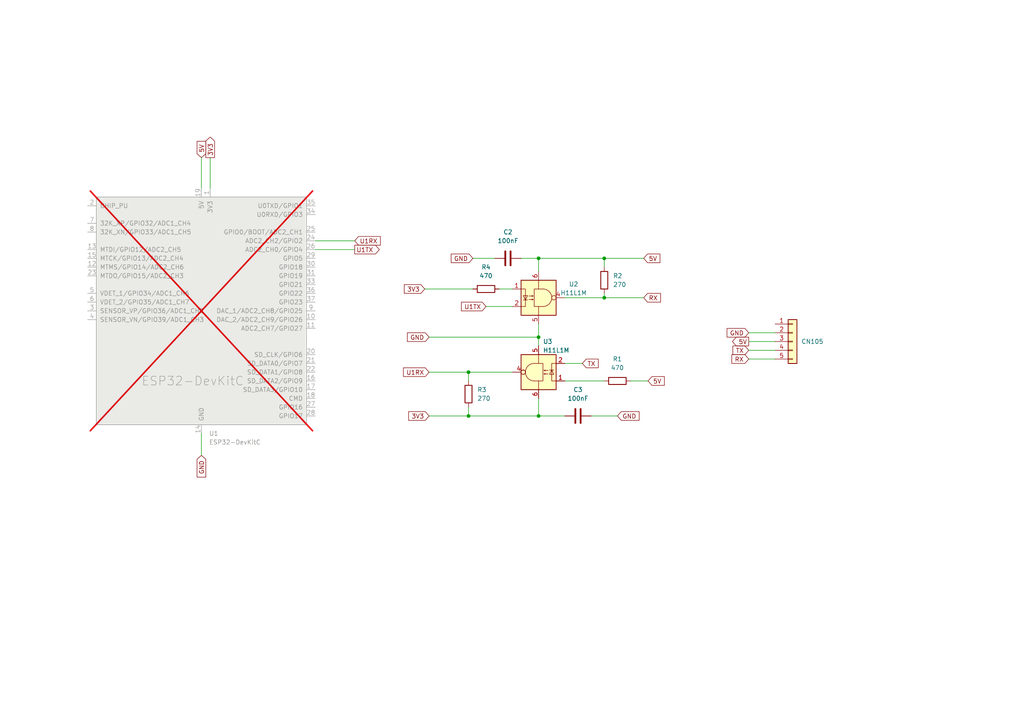
<source format=kicad_sch>
(kicad_sch (version 20230121) (generator eeschema)
  (paper "A4")
  (title_block (title "MEL CN105 Adapter") (date "24.12.2023"))
  (lib_symbols
    (symbol "Connector_Generic:Conn_01x05" (pin_names (offset 1.016) hide)
      (property "Reference" "J" (at 0 7.62 0))
      (property "Value" "Conn_01x05" (at 0 -7.62 0))
      (symbol "Conn_01x05_1_1"
        (rectangle (start -1.27 -4.953) (end 0 -5.207) (stroke (width 0.1524)))
        (rectangle (start -1.27 -2.413) (end 0 -2.667) (stroke (width 0.1524)))
        (rectangle (start -1.27 0.127) (end 0 -0.127) (stroke (width 0.1524)))
        (rectangle (start -1.27 2.667) (end 0 2.413) (stroke (width 0.1524)))
        (rectangle (start -1.27 5.207) (end 0 4.953) (stroke (width 0.1524)))
        (rectangle (start -1.27 6.35) (end 1.27 -6.35) (stroke (width 0.254)) (fill (type background)))
        (pin passive line (at -5.08 5.08 0) (length 3.81) (name "Pin_1") (number "1"))
        (pin passive line (at -5.08 2.54 0) (length 3.81) (name "Pin_2") (number "2"))
        (pin passive line (at -5.08 0 0) (length 3.81) (name "Pin_3") (number "3"))
        (pin passive line (at -5.08 -2.54 0) (length 3.81) (name "Pin_4") (number "4"))
        (pin passive line (at -5.08 -5.08 0) (length 3.81) (name "Pin_5") (number "5"))
      )
    )
    (symbol "Device:C" (pin_numbers hide) (pin_names (offset 0.254))
      (property "Reference" "C" (at 0.635 2.54 0))
      (property "Value" "C" (at 0.635 -2.54 0))
      (symbol "C_0_1"
        (polyline (pts (xy -2.032 -0.762) (xy 2.032 -0.762)) (stroke (width 0.508)))
        (polyline (pts (xy -2.032 0.762) (xy 2.032 0.762)) (stroke (width 0.508)))
      )
      (symbol "C_1_1"
        (pin passive line (at 0 3.81 270) (length 2.794) (name "~") (number "1"))
        (pin passive line (at 0 -3.81 90) (length 2.794) (name "~") (number "2"))
      )
    )
    (symbol "Device:R" (pin_numbers hide) (pin_names (offset 0))
      (property "Reference" "R" (at 2.032 0 90))
      (property "Value" "R" (at 0 0 90))
      (symbol "R_0_1"
        (rectangle (start -1.016 -2.54) (end 1.016 2.54) (stroke (width 0.254)))
      )
      (symbol "R_1_1"
        (pin passive line (at 0 3.81 270) (length 1.27) (name "~") (number "1"))
        (pin passive line (at 0 -3.81 90) (length 1.27) (name "~") (number "2"))
      )
    )
    (symbol "Isolator:H11L1" (pin_names (offset 1.016))
      (property "Reference" "U" (at 1.27 8.89 0))
      (property "Value" "H11L1" (at 1.27 6.35 0))
      (symbol "H11L1_0_1"
        (rectangle (start -5.08 5.08) (end 5.08 -5.08) (stroke (width 0.254)) (fill (type background)))
        (polyline (pts (xy -4.445 -0.635) (xy -3.175 -0.635)))
        (polyline (pts (xy 0 2.54) (xy 0 5.08)))
        (polyline (pts (xy 0 -2.54) (xy 0 -5.08) (xy 0 -3.81)))
        (polyline (pts (xy -5.08 -2.54) (xy -3.81 -2.54) (xy -3.81 2.54) (xy -5.08 2.54)))
        (polyline (pts (xy -3.81 -0.635) (xy -4.445 0.635) (xy -3.175 0.635) (xy -3.81 -0.635)))
        (polyline (pts (xy 1.27 -2.54) (xy -1.27 -2.54) (xy -1.27 2.54) (xy 1.27 2.54)))
        (polyline (pts (xy -2.794 -0.508) (xy -1.524 -0.508) (xy -1.905 -0.635) (xy -1.905 -0.381) (xy -1.524 -0.508)))
        (polyline (pts (xy -2.794 0.508) (xy -1.524 0.508) (xy -1.905 0.381) (xy -1.905 0.635) (xy -1.524 0.508)))
        (arc (start 1.27 -2.54) (mid 3.799 0) (end 1.27 2.54))
      )
      (symbol "H11L1_1_1"
        (pin passive line (at -7.62 2.54 0) (length 2.54) (name "~") (number "1"))
        (pin passive line (at -7.62 -2.54 0) (length 2.54) (name "~") (number "2"))
        (pin no_connect line (at -5.08 0 0) (length 2.54) hide (name "~") (number "3"))
        (pin output inverted (at 7.62 0 180) (length 3.81) (name "~") (number "4"))
        (pin power_in line (at 0 -7.62 90) (length 2.54) (name "~") (number "5"))
        (pin power_in line (at 0 7.62 270) (length 2.54) (name "~") (number "6"))
      )
    )
    (symbol "PCM_Espressif:ESP32-DevKitC" (pin_names (offset 1.016))
      (property "Reference" "U" (at -30.48 38.1 0))
      (property "Value" "ESP32-DevKitC" (at -30.48 35.56 0))
      (symbol "ESP32-DevKitC_0_0"
        (text "ESP32-DevKitC" (at -2.54 -20.32 0) (effects (font (size 2.54 2.54))))
        (pin power_in line (at 0 -35.56 90) (length 2.54) (name "GND") (number "14"))
        (pin power_in line (at 0 35.56 270) (length 2.54) (name "5V") (number "19"))
      )
      (symbol "ESP32-DevKitC_0_1"
        (rectangle (start -30.48 33.02) (end 30.48 -33.02) (fill (type background)))
      )
      (symbol "ESP32-DevKitC_1_1"
        (pin power_in line (at 2.54 35.56 270) (length 2.54) (name "3V3") (number "1"))
        (pin bidirectional line (at 33.02 -2.54 180) (length 2.54) (name "DAC_2/ADC2_CH9/GPIO26") (number "10"))
        (pin bidirectional line (at 33.02 -5.08 180) (length 2.54) (name "ADC2_CH7/GPIO27") (number "11"))
        (pin bidirectional line (at -33.02 12.7 0) (length 2.54) (name "MTMS/GPIO14/ADC2_CH6") (number "12"))
        (pin bidirectional line (at -33.02 17.78 0) (length 2.54) (name "MTDI/GPIO12/ADC2_CH5") (number "13"))
        (pin bidirectional line (at -33.02 15.24 0) (length 2.54) (name "MTCK/GPIO13/ADC2_CH4") (number "15"))
        (pin bidirectional line (at 33.02 -20.32 180) (length 2.54) (name "SD_DATA2/GPIO9") (number "16"))
        (pin bidirectional line (at 33.02 -22.86 180) (length 2.54) (name "SD_DATA3/GPIO10") (number "17"))
        (pin bidirectional line (at 33.02 -25.4 180) (length 2.54) (name "CMD") (number "18"))
        (pin input line (at -33.02 30.48 0) (length 2.54) (name "CHIP_PU") (number "2"))
        (pin bidirectional line (at 33.02 -12.7 180) (length 2.54) (name "SD_CLK/GPIO6") (number "20"))
        (pin bidirectional line (at 33.02 -15.24 180) (length 2.54) (name "SD_DATA0/GPIO7") (number "21"))
        (pin bidirectional line (at 33.02 -17.78 180) (length 2.54) (name "SD_DATA1/GPIO8") (number "22"))
        (pin bidirectional line (at -33.02 10.16 0) (length 2.54) (name "MTDO/GPIO15/ADC2_CH3") (number "23"))
        (pin bidirectional line (at 33.02 20.32 180) (length 2.54) (name "ADC2_CH2/GPIO2") (number "24"))
        (pin bidirectional line (at 33.02 22.86 180) (length 2.54) (name "GPIO0/BOOT/ADC2_CH1") (number "25"))
        (pin bidirectional line (at 33.02 17.78 180) (length 2.54) (name "ADC2_CH0/GPIO4") (number "26"))
        (pin bidirectional line (at 33.02 -27.94 180) (length 2.54) (name "GPIO16") (number "27"))
        (pin bidirectional line (at 33.02 -30.48 180) (length 2.54) (name "GPIO17") (number "28"))
        (pin bidirectional line (at 33.02 15.24 180) (length 2.54) (name "GPIO5") (number "29"))
        (pin input line (at -33.02 0 0) (length 2.54) (name "SENSOR_VP/GPIO36/ADC1_CH0") (number "3"))
        (pin bidirectional line (at 33.02 12.7 180) (length 2.54) (name "GPIO18") (number "30"))
        (pin bidirectional line (at 33.02 10.16 180) (length 2.54) (name "GPIO19") (number "31"))
        (pin passive line (at 0 -35.56 90) (length 2.54) hide (name "GND") (number "32"))
        (pin bidirectional line (at 33.02 7.62 180) (length 2.54) (name "GPIO21") (number "33"))
        (pin bidirectional line (at 33.02 27.94 180) (length 2.54) (name "U0RXD/GPIO3") (number "34"))
        (pin bidirectional line (at 33.02 30.48 180) (length 2.54) (name "U0TXD/GPIO1") (number "35"))
        (pin bidirectional line (at 33.02 5.08 180) (length 2.54) (name "GPIO22") (number "36"))
        (pin bidirectional line (at 33.02 2.54 180) (length 2.54) (name "GPIO23") (number "37"))
        (pin passive line (at 0 -35.56 90) (length 2.54) hide (name "GND") (number "38"))
        (pin input line (at -33.02 -2.54 0) (length 2.54) (name "SENSOR_VN/GPIO39/ADC1_CH3") (number "4"))
        (pin input line (at -33.02 5.08 0) (length 2.54) (name "VDET_1/GPIO34/ADC1_CH6") (number "5"))
        (pin input line (at -33.02 2.54 0) (length 2.54) (name "VDET_2/GPIO35/ADC1_CH7") (number "6"))
        (pin bidirectional line (at -33.02 25.4 0) (length 2.54) (name "32K_XP/GPIO32/ADC1_CH4") (number "7"))
        (pin bidirectional line (at -33.02 22.86 0) (length 2.54) (name "32K_XN/GPIO33/ADC1_CH5") (number "8"))
        (pin bidirectional line (at 33.02 0 180) (length 2.54) (name "DAC_1/ADC2_CH8/GPIO25") (number "9"))
      )
    )
  )
  (junction (at 135.89 107.95))
  (junction (at 175.26 86.36))
  (junction (at 175.26 74.93))
  (junction (at 156.21 97.79))
  (junction (at 156.21 120.65))
  (junction (at 135.89 120.65))
  (junction (at 156.21 74.93))
  (wire (pts (xy 156.21 97.79) (xy 156.21 93.98)))
  (wire (pts (xy 124.46 120.65) (xy 135.89 120.65)))
  (wire (pts (xy 135.89 107.95) (xy 148.59 107.95)))
  (wire (pts (xy 135.89 120.65) (xy 135.89 118.11)))
  (wire (pts (xy 144.78 83.82) (xy 148.59 83.82)))
  (wire (pts (xy 163.83 86.36) (xy 175.26 86.36)))
  (wire (pts (xy 60.96 45.72) (xy 60.96 54.61)))
  (wire (pts (xy 163.83 105.41) (xy 168.91 105.41)))
  (wire (pts (xy 124.46 97.79) (xy 156.21 97.79)))
  (wire (pts (xy 140.97 88.9) (xy 148.59 88.9)))
  (wire (pts (xy 58.42 125.73) (xy 58.42 132.08)))
  (wire (pts (xy 156.21 115.57) (xy 156.21 120.65)))
  (wire (pts (xy 156.21 100.33) (xy 156.21 97.79)))
  (wire (pts (xy 91.44 69.85) (xy 102.87 69.85)))
  (wire (pts (xy 217.17 104.14) (xy 224.79 104.14)))
  (wire (pts (xy 175.26 86.36) (xy 186.69 86.36)))
  (wire (pts (xy 175.26 74.93) (xy 186.69 74.93)))
  (wire (pts (xy 163.83 110.49) (xy 175.26 110.49)))
  (wire (pts (xy 135.89 120.65) (xy 156.21 120.65)))
  (wire (pts (xy 156.21 120.65) (xy 163.83 120.65)))
  (wire (pts (xy 175.26 74.93) (xy 175.26 77.47)))
  (wire (pts (xy 91.44 72.39) (xy 102.87 72.39)))
  (wire (pts (xy 217.17 101.6) (xy 224.79 101.6)))
  (wire (pts (xy 217.17 99.06) (xy 224.79 99.06)))
  (wire (pts (xy 137.16 74.93) (xy 143.51 74.93)))
  (wire (pts (xy 156.21 74.93) (xy 156.21 78.74)))
  (wire (pts (xy 124.46 107.95) (xy 135.89 107.95)))
  (wire (pts (xy 217.17 96.52) (xy 224.79 96.52)))
  (wire (pts (xy 135.89 110.49) (xy 135.89 107.95)))
  (wire (pts (xy 182.88 110.49) (xy 187.96 110.49)))
  (wire (pts (xy 156.21 74.93) (xy 175.26 74.93)))
  (wire (pts (xy 58.42 45.72) (xy 58.42 54.61)))
  (wire (pts (xy 123.19 83.82) (xy 137.16 83.82)))
  (wire (pts (xy 171.45 120.65) (xy 179.07 120.65)))
  (wire (pts (xy 151.13 74.93) (xy 156.21 74.93)))
  (wire (pts (xy 175.26 85.09) (xy 175.26 86.36)))
  (global_label "GND" (shape input) (at 58.42 132.08 270) (property "Intersheetrefs" "${INTERSHEET_REFS}" (effects hide)))
  (global_label "3V3" (shape output) (at 60.96 45.72 90) (property "Intersheetrefs" "${INTERSHEET_REFS}" (effects hide)))
  (global_label "RX" (shape input) (at 217.17 104.14 180) (property "Intersheetrefs" "${INTERSHEET_REFS}" (effects hide)))
  (global_label "RX" (shape input) (at 186.69 86.36 0) (property "Intersheetrefs" "${INTERSHEET_REFS}" (effects hide)))
  (global_label "3V3" (shape input) (at 123.19 83.82 180) (property "Intersheetrefs" "${INTERSHEET_REFS}" (effects hide)))
  (global_label "5V" (shape input) (at 58.42 45.72 90) (property "Intersheetrefs" "${INTERSHEET_REFS}" (effects hide)))
  (global_label "5V" (shape output) (at 217.17 99.06 180) (property "Intersheetrefs" "${INTERSHEET_REFS}" (effects hide)))
  (global_label "TX" (shape input) (at 217.17 101.6 180) (property "Intersheetrefs" "${INTERSHEET_REFS}" (effects hide)))
  (global_label "3V3" (shape input) (at 124.46 120.65 180) (property "Intersheetrefs" "${INTERSHEET_REFS}" (effects hide)))
  (global_label "GND" (shape input) (at 137.16 74.93 180) (property "Intersheetrefs" "${INTERSHEET_REFS}" (effects hide)))
  (global_label "U1RX" (shape input) (at 124.46 107.95 180) (property "Intersheetrefs" "${INTERSHEET_REFS}" (effects hide)))
  (global_label "GND" (shape input) (at 217.17 96.52 180) (property "Intersheetrefs" "${INTERSHEET_REFS}" (effects hide)))
  (global_label "5V" (shape input) (at 186.69 74.93 0) (property "Intersheetrefs" "${INTERSHEET_REFS}" (effects hide)))
  (global_label "5V" (shape input) (at 187.96 110.49 0) (property "Intersheetrefs" "${INTERSHEET_REFS}" (effects hide)))
  (global_label "GND" (shape input) (at 124.46 97.79 180) (property "Intersheetrefs" "${INTERSHEET_REFS}" (effects hide)))
  (global_label "U1TX" (shape input) (at 140.97 88.9 180) (property "Intersheetrefs" "${INTERSHEET_REFS}" (effects hide)))
  (global_label "U1RX" (shape input) (at 102.87 69.85 0) (property "Intersheetrefs" "${INTERSHEET_REFS}" (effects hide)))
  (global_label "GND" (shape input) (at 179.07 120.65 0) (property "Intersheetrefs" "${INTERSHEET_REFS}" (effects hide)))
  (global_label "U1TX" (shape output) (at 102.87 72.39 0) (property "Intersheetrefs" "${INTERSHEET_REFS}" (effects hide)))
  (global_label "TX" (shape input) (at 168.91 105.41 0) (property "Intersheetrefs" "${INTERSHEET_REFS}" (effects hide)))
  (symbol (lib_id "Device:C") (at 167.64 120.65 90) (unit 1)
    (property "Reference" "C3" (at 167.64 113.03 90))
    (property "Value" "100nF" (at 167.64 115.57 90))
    (property "Footprint" "Capacitor_SMD:C_0603_1608Metric_Pad1.08x0.95mm_HandSolder" (effects hide))
    (property "JLC" "C14663" (effects hide))
  )
  (symbol (lib_id "PCM_Espressif:ESP32-DevKitC") (at 58.42 90.17 0) (unit 1) (in_bom no) (dnp yes)
    (property "Reference" "U1" (at 60.6141 125.73 0) (effects (justify left)))
    (property "Value" "ESP32-DevKitC" (at 60.6141 128.27 0) (effects (justify left)))
    (property "Footprint" "PCM_Espressif:ESP32-DevKitC" (effects hide))
    (property "Datasheet" "https://docs.espressif.com/projects/esp-idf/zh_CN/latest/esp32/hw-reference/esp32/get-started-devkitc.html" (effects hide))
  )
  (symbol (lib_id "Isolator:H11L1") (at 156.21 107.95 180) (unit 1)
    (property "Reference" "U3" (at 157.48 99.06 0) (effects (justify right)))
    (property "Value" "H11L1M" (at 157.48 101.6 0) (effects (justify right)))
    (property "Footprint" "Package_DIP:DIP-6_W8.89mm_SMDSocket_LongPads" (effects hide))
    (property "Datasheet" "https://www.onsemi.com/pub/Collateral/H11L3M-D.PDF" (effects hide))
    (property "JLC" "C20082" (effects hide))
  )
  (symbol (lib_id "Isolator:H11L1") (at 156.21 86.36 0) (unit 1)
    (property "Reference" "U2" (at 166.37 82.4231 0))
    (property "Value" "H11L1M" (at 166.37 84.9631 0))
    (property "Footprint" "Package_DIP:DIP-6_W8.89mm_SMDSocket_LongPads" (effects hide))
    (property "Datasheet" "https://www.onsemi.com/pub/Collateral/H11L3M-D.PDF" (effects hide))
    (property "JLC" "C20082" (effects hide))
  )
  (symbol (lib_id "Device:R") (at 179.07 110.49 90) (unit 1)
    (property "Reference" "R1" (at 179.07 104.14 90))
    (property "Value" "470" (at 179.07 106.68 90))
    (property "Footprint" "Resistor_SMD:R_0603_1608Metric_Pad0.98x0.95mm_HandSolder" (effects hide))
    (property "JLC" "C23179" (effects hide))
  )
  (symbol (lib_id "Device:C") (at 147.32 74.93 90) (unit 1)
    (property "Reference" "C2" (at 147.32 67.31 90))
    (property "Value" "100nF" (at 147.32 69.85 90))
    (property "Footprint" "Capacitor_SMD:C_0603_1608Metric_Pad1.08x0.95mm_HandSolder" (effects hide))
    (property "JLC" "C14663" (effects hide))
  )
  (symbol (lib_id "Device:R") (at 175.26 81.28 0) (unit 1)
    (property "Reference" "R2" (at 177.8 80.01 0) (effects (justify left)))
    (property "Value" "270" (at 177.8 82.55 0) (effects (justify left)))
    (property "Footprint" "Resistor_SMD:R_0603_1608Metric_Pad0.98x0.95mm_HandSolder" (effects hide))
    (property "JLC" "C22966" (effects hide))
  )
  (symbol (lib_id "Connector_Generic:Conn_01x05") (at 229.87 99.06 0) (unit 1)
    (property "Reference" "CN105" (at 232.41 99.06 0) (effects (justify left)))
    (property "Footprint" "Connector_JST:JST_PH_B5B-PH-SM4-TB_1x05-1MP_P2.00mm_Vertical" (effects hide))
    (property "JLC" "C265085" (effects hide))
  )
  (symbol (lib_id "Device:R") (at 135.89 114.3 180) (unit 1)
    (property "Reference" "R3" (at 138.43 113.03 0) (effects (justify right)))
    (property "Value" "270" (at 138.43 115.57 0) (effects (justify right)))
    (property "Footprint" "Resistor_SMD:R_0603_1608Metric_Pad0.98x0.95mm_HandSolder" (effects hide))
    (property "JLC" "C22966" (effects hide))
  )
  (symbol (lib_id "Device:R") (at 140.97 83.82 90) (unit 1)
    (property "Reference" "R4" (at 140.97 77.47 90))
    (property "Value" "470" (at 140.97 80.01 90))
    (property "Footprint" "Resistor_SMD:R_0603_1608Metric_Pad0.98x0.95mm_HandSolder" (effects hide))
    (property "JLC" "C23179" (effects hide))
  )
)
</source>
